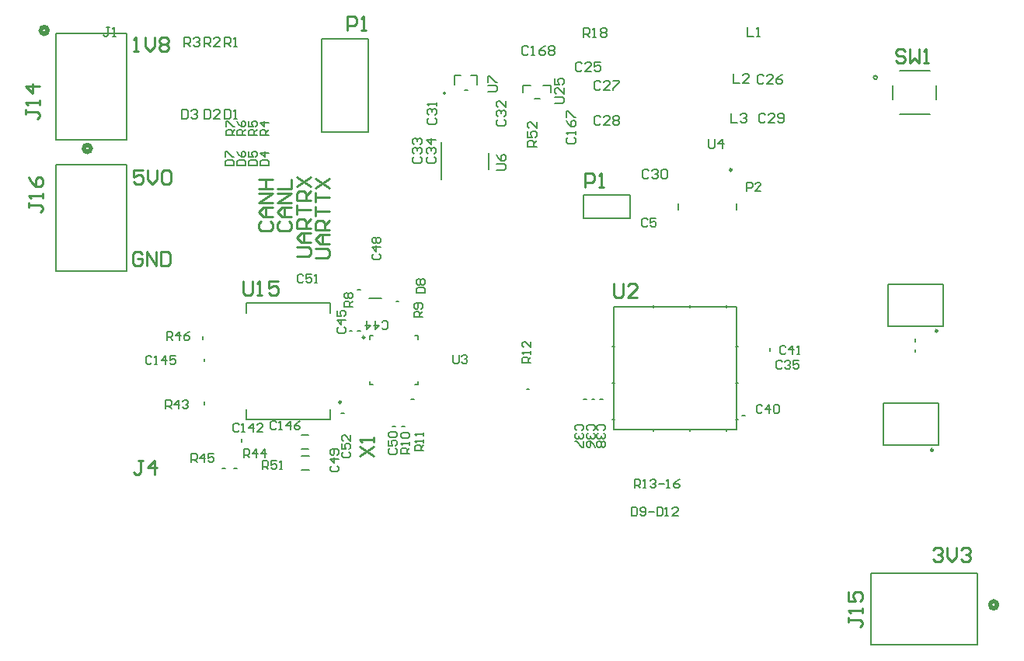
<source format=gto>
G04*
G04 #@! TF.GenerationSoftware,Altium Limited,Altium Designer,21.5.1 (32)*
G04*
G04 Layer_Color=65535*
%FSLAX25Y25*%
%MOIN*%
G70*
G04*
G04 #@! TF.SameCoordinates,BCF79640-EA3D-49D6-A79E-8819A8E14975*
G04*
G04*
G04 #@! TF.FilePolarity,Positive*
G04*
G01*
G75*
%ADD10C,0.02000*%
%ADD11C,0.00394*%
%ADD12C,0.00984*%
%ADD13C,0.00600*%
%ADD14C,0.00787*%
%ADD15C,0.01000*%
D10*
X53000Y257850D02*
G03*
X53000Y257850I-1500J0D01*
G01*
X34500Y308500D02*
G03*
X34500Y308500I-1500J0D01*
G01*
X441850Y62000D02*
G03*
X441850Y62000I-1500J0D01*
G01*
D11*
X179965Y148315D02*
G03*
X179965Y148315I-197J0D01*
G01*
D12*
X327992Y248681D02*
G03*
X327992Y248681I-492J0D01*
G01*
X414350Y128476D02*
G03*
X414350Y128476I-492J0D01*
G01*
X416272Y179628D02*
G03*
X416272Y179628I-492J0D01*
G01*
X170500Y176842D02*
G03*
X170500Y176842I-492J0D01*
G01*
X160409Y149000D02*
G03*
X160409Y149000I-492J0D01*
G01*
D13*
X390415Y288299D02*
G03*
X390415Y288299I-800J0D01*
G01*
X205169Y281669D02*
G03*
X205169Y281669I-500J0D01*
G01*
X38035Y250850D02*
X68535D01*
Y205150D02*
Y250850D01*
X38035Y205150D02*
X68535D01*
X38035D02*
Y250850D01*
Y307350D02*
X68535D01*
Y261650D02*
Y307350D01*
X38035Y261650D02*
X68535D01*
X38035D02*
Y307350D01*
X433350Y44965D02*
Y75465D01*
X387650Y44965D02*
X433350D01*
X387650D02*
Y75465D01*
X433350D01*
X399925Y272650D02*
X413074D01*
X415850Y278961D02*
Y285039D01*
X399925Y291350D02*
X413074D01*
X397150Y278961D02*
Y285039D01*
X277301Y137198D02*
Y189998D01*
X330101D01*
Y137198D02*
Y189998D01*
X277301Y137198D02*
X330101D01*
X325748Y136698D02*
Y137698D01*
Y189498D02*
Y190498D01*
X310000Y136698D02*
Y137698D01*
Y189498D02*
Y190498D01*
X294252Y136698D02*
Y137698D01*
Y189498D02*
Y190498D01*
X329601Y141551D02*
X330601D01*
X276801D02*
X277801D01*
X329601Y157299D02*
X330601D01*
X276801D02*
X277801D01*
X329601Y173047D02*
X330601D01*
X276801D02*
X277801D01*
X209169Y285197D02*
Y289158D01*
X216197D02*
X218831D01*
Y285197D02*
Y289158D01*
X213441Y282842D02*
X214559D01*
X209169Y289158D02*
X211803D01*
X286403Y112201D02*
Y115799D01*
X288203D01*
X288802Y115200D01*
Y114000D01*
X288203Y113400D01*
X286403D01*
X287603D02*
X288802Y112201D01*
X290002D02*
X291201D01*
X290602D01*
Y115799D01*
X290002Y115200D01*
X293001D02*
X293601Y115799D01*
X294800D01*
X295400Y115200D01*
Y114600D01*
X294800Y114000D01*
X294201D01*
X294800D01*
X295400Y113400D01*
Y112800D01*
X294800Y112201D01*
X293601D01*
X293001Y112800D01*
X296600Y114000D02*
X298999D01*
X300199Y112201D02*
X301398D01*
X300799D01*
Y115799D01*
X300199Y115200D01*
X305597Y115799D02*
X304397Y115200D01*
X303198Y114000D01*
Y112800D01*
X303798Y112201D01*
X304997D01*
X305597Y112800D01*
Y113400D01*
X304997Y114000D01*
X303198D01*
X285103Y103799D02*
Y100201D01*
X286903D01*
X287502Y100800D01*
Y103200D01*
X286903Y103799D01*
X285103D01*
X288702Y100800D02*
X289302Y100201D01*
X290501D01*
X291101Y100800D01*
Y103200D01*
X290501Y103799D01*
X289302D01*
X288702Y103200D01*
Y102600D01*
X289302Y102000D01*
X291101D01*
X292301D02*
X294700D01*
X295900Y103799D02*
Y100201D01*
X297699D01*
X298299Y100800D01*
Y103200D01*
X297699Y103799D01*
X295900D01*
X299499Y100201D02*
X300698D01*
X300098D01*
Y103799D01*
X299499Y103200D01*
X304897Y100201D02*
X302498D01*
X304897Y102600D01*
Y103200D01*
X304297Y103799D01*
X303097D01*
X302498Y103200D01*
X114799Y263501D02*
X111201D01*
Y265300D01*
X111800Y265900D01*
X113000D01*
X113600Y265300D01*
Y263501D01*
Y264701D02*
X114799Y265900D01*
X111201Y267100D02*
Y269499D01*
X111800D01*
X114200Y267100D01*
X114799D01*
X119400Y263599D02*
X115802D01*
Y265399D01*
X116401Y265999D01*
X117601D01*
X118201Y265399D01*
Y263599D01*
Y264799D02*
X119400Y265999D01*
X115802Y269597D02*
X116401Y268398D01*
X117601Y267198D01*
X118801D01*
X119400Y267798D01*
Y268998D01*
X118801Y269597D01*
X118201D01*
X117601Y268998D01*
Y267198D01*
X124400Y263599D02*
X120801D01*
Y265399D01*
X121401Y265999D01*
X122601D01*
X123201Y265399D01*
Y263599D01*
Y264799D02*
X124400Y265999D01*
X120801Y269597D02*
Y267198D01*
X122601D01*
X122001Y268398D01*
Y268998D01*
X122601Y269597D01*
X123801D01*
X124400Y268998D01*
Y267798D01*
X123801Y267198D01*
X129299Y263501D02*
X125701D01*
Y265300D01*
X126300Y265900D01*
X127500D01*
X128100Y265300D01*
Y263501D01*
Y264701D02*
X129299Y265900D01*
Y268899D02*
X125701D01*
X127500Y267100D01*
Y269499D01*
X110801Y250599D02*
X114400D01*
Y252399D01*
X113801Y252999D01*
X111401D01*
X110801Y252399D01*
Y250599D01*
Y254198D02*
Y256597D01*
X111401D01*
X113801Y254198D01*
X114400D01*
X115802Y250599D02*
X119400D01*
Y252399D01*
X118801Y252999D01*
X116401D01*
X115802Y252399D01*
Y250599D01*
Y256597D02*
X116401Y255398D01*
X117601Y254198D01*
X118801D01*
X119400Y254798D01*
Y255998D01*
X118801Y256597D01*
X118201D01*
X117601Y255998D01*
Y254198D01*
X120801Y250599D02*
X124400D01*
Y252399D01*
X123801Y252999D01*
X121401D01*
X120801Y252399D01*
Y250599D01*
Y256597D02*
Y254198D01*
X122601D01*
X122001Y255398D01*
Y255998D01*
X122601Y256597D01*
X123801D01*
X124400Y255998D01*
Y254798D01*
X123801Y254198D01*
X125802Y250599D02*
X129400D01*
Y252399D01*
X128801Y252999D01*
X126401D01*
X125802Y252399D01*
Y250599D01*
X129400Y255998D02*
X125802D01*
X127601Y254198D01*
Y256597D01*
X208501Y169299D02*
Y166300D01*
X209101Y165701D01*
X210300D01*
X210900Y166300D01*
Y169299D01*
X212100Y168700D02*
X212700Y169299D01*
X213899D01*
X214499Y168700D01*
Y168100D01*
X213899Y167500D01*
X213299D01*
X213899D01*
X214499Y166900D01*
Y166300D01*
X213899Y165701D01*
X212700D01*
X212100Y166300D01*
X126801Y120201D02*
Y123799D01*
X128601D01*
X129201Y123200D01*
Y122000D01*
X128601Y121400D01*
X126801D01*
X128001D02*
X129201Y120201D01*
X132799Y123799D02*
X130400D01*
Y122000D01*
X131600Y122600D01*
X132200D01*
X132799Y122000D01*
Y120800D01*
X132200Y120201D01*
X131000D01*
X130400Y120800D01*
X133999Y120201D02*
X135199D01*
X134599D01*
Y123799D01*
X133999Y123200D01*
X85702Y175701D02*
Y179299D01*
X87501D01*
X88101Y178700D01*
Y177500D01*
X87501Y176900D01*
X85702D01*
X86901D02*
X88101Y175701D01*
X91100D02*
Y179299D01*
X89300Y177500D01*
X91700D01*
X95298Y179299D02*
X94099Y178700D01*
X92899Y177500D01*
Y176300D01*
X93499Y175701D01*
X94699D01*
X95298Y176300D01*
Y176900D01*
X94699Y177500D01*
X92899D01*
X96201Y123201D02*
Y126799D01*
X98001D01*
X98601Y126200D01*
Y125000D01*
X98001Y124400D01*
X96201D01*
X97401D02*
X98601Y123201D01*
X101600D02*
Y126799D01*
X99800Y125000D01*
X102200D01*
X105798Y126799D02*
X103399D01*
Y125000D01*
X104599Y125600D01*
X105199D01*
X105798Y125000D01*
Y123800D01*
X105199Y123201D01*
X103999D01*
X103399Y123800D01*
X118702Y125201D02*
Y128799D01*
X120501D01*
X121101Y128200D01*
Y127000D01*
X120501Y126400D01*
X118702D01*
X119901D02*
X121101Y125201D01*
X124100D02*
Y128799D01*
X122300Y127000D01*
X124700D01*
X127699Y125201D02*
Y128799D01*
X125899Y127000D01*
X128298D01*
X85202Y146201D02*
Y149799D01*
X87001D01*
X87601Y149200D01*
Y148000D01*
X87001Y147400D01*
X85202D01*
X86401D02*
X87601Y146201D01*
X90600D02*
Y149799D01*
X88800Y148000D01*
X91200D01*
X92399Y149200D02*
X92999Y149799D01*
X94199D01*
X94798Y149200D01*
Y148600D01*
X94199Y148000D01*
X93599D01*
X94199D01*
X94798Y147400D01*
Y146800D01*
X94199Y146201D01*
X92999D01*
X92399Y146800D01*
X192701Y195757D02*
X196299D01*
Y197556D01*
X195700Y198156D01*
X193300D01*
X192701Y197556D01*
Y195757D01*
X193300Y199356D02*
X192701Y199955D01*
Y201155D01*
X193300Y201755D01*
X193900D01*
X194500Y201155D01*
X195100Y201755D01*
X195700D01*
X196299Y201155D01*
Y199955D01*
X195700Y199356D01*
X195100D01*
X194500Y199955D01*
X193900Y199356D01*
X193300D01*
X194500Y199955D02*
Y201155D01*
X132601Y140200D02*
X132001Y140799D01*
X130802D01*
X130202Y140200D01*
Y137800D01*
X130802Y137201D01*
X132001D01*
X132601Y137800D01*
X133801Y137201D02*
X135001D01*
X134401D01*
Y140799D01*
X133801Y140200D01*
X138599Y137201D02*
Y140799D01*
X136800Y139000D01*
X139199D01*
X142798Y140799D02*
X141598Y140200D01*
X140399Y139000D01*
Y137800D01*
X140999Y137201D01*
X142198D01*
X142798Y137800D01*
Y138400D01*
X142198Y139000D01*
X140399D01*
X79101Y168200D02*
X78501Y168799D01*
X77302D01*
X76702Y168200D01*
Y165800D01*
X77302Y165201D01*
X78501D01*
X79101Y165800D01*
X80301Y165201D02*
X81501D01*
X80901D01*
Y168799D01*
X80301Y168200D01*
X85099Y165201D02*
Y168799D01*
X83300Y167000D01*
X85699D01*
X89298Y168799D02*
X86899D01*
Y167000D01*
X88098Y167600D01*
X88698D01*
X89298Y167000D01*
Y165800D01*
X88698Y165201D01*
X87499D01*
X86899Y165800D01*
X116601Y139200D02*
X116001Y139799D01*
X114802D01*
X114202Y139200D01*
Y136800D01*
X114802Y136201D01*
X116001D01*
X116601Y136800D01*
X117801Y136201D02*
X119000D01*
X118401D01*
Y139799D01*
X117801Y139200D01*
X122599Y136201D02*
Y139799D01*
X120800Y138000D01*
X123199D01*
X126798Y136201D02*
X124399D01*
X126798Y138600D01*
Y139200D01*
X126198Y139799D01*
X124999D01*
X124399Y139200D01*
X161300Y127601D02*
X160701Y127001D01*
Y125801D01*
X161300Y125202D01*
X163700D01*
X164299Y125801D01*
Y127001D01*
X163700Y127601D01*
X160701Y131200D02*
Y128800D01*
X162500D01*
X161900Y130000D01*
Y130600D01*
X162500Y131200D01*
X163700D01*
X164299Y130600D01*
Y129400D01*
X163700Y128800D01*
X164299Y134799D02*
Y132399D01*
X161900Y134799D01*
X161300D01*
X160701Y134199D01*
Y132999D01*
X161300Y132399D01*
X144201Y203200D02*
X143601Y203799D01*
X142401D01*
X141801Y203200D01*
Y200800D01*
X142401Y200201D01*
X143601D01*
X144201Y200800D01*
X147799Y203799D02*
X145400D01*
Y202000D01*
X146600Y202600D01*
X147200D01*
X147799Y202000D01*
Y200800D01*
X147200Y200201D01*
X146000D01*
X145400Y200800D01*
X148999Y200201D02*
X150199D01*
X149599D01*
Y203799D01*
X148999Y203200D01*
X181300Y129101D02*
X180701Y128501D01*
Y127301D01*
X181300Y126702D01*
X183700D01*
X184299Y127301D01*
Y128501D01*
X183700Y129101D01*
X180701Y132700D02*
Y130300D01*
X182500D01*
X181900Y131500D01*
Y132100D01*
X182500Y132700D01*
X183700D01*
X184299Y132100D01*
Y130900D01*
X183700Y130300D01*
X181300Y133899D02*
X180701Y134499D01*
Y135699D01*
X181300Y136299D01*
X183700D01*
X184299Y135699D01*
Y134499D01*
X183700Y133899D01*
X181300D01*
X156300Y121601D02*
X155701Y121001D01*
Y119801D01*
X156300Y119202D01*
X158700D01*
X159299Y119801D01*
Y121001D01*
X158700Y121601D01*
X159299Y124600D02*
X155701D01*
X157500Y122800D01*
Y125200D01*
X158700Y126399D02*
X159299Y126999D01*
Y128199D01*
X158700Y128798D01*
X156300D01*
X155701Y128199D01*
Y126999D01*
X156300Y126399D01*
X156900D01*
X157500Y126999D01*
Y128798D01*
X174300Y212538D02*
X173701Y211938D01*
Y210738D01*
X174300Y210139D01*
X176700D01*
X177299Y210738D01*
Y211938D01*
X176700Y212538D01*
X177299Y215537D02*
X173701D01*
X175500Y213737D01*
Y216137D01*
X174300Y217336D02*
X173701Y217936D01*
Y219136D01*
X174300Y219736D01*
X174900D01*
X175500Y219136D01*
X176100Y219736D01*
X176700D01*
X177299Y219136D01*
Y217936D01*
X176700Y217336D01*
X176100D01*
X175500Y217936D01*
X174900Y217336D01*
X174300D01*
X175500Y217936D02*
Y219136D01*
X241799Y165970D02*
X238201D01*
Y167769D01*
X238800Y168369D01*
X240000D01*
X240600Y167769D01*
Y165970D01*
Y167170D02*
X241799Y168369D01*
Y169569D02*
Y170768D01*
Y170169D01*
X238201D01*
X238800Y169569D01*
X241799Y174967D02*
Y172568D01*
X239400Y174967D01*
X238800D01*
X238201Y174367D01*
Y173168D01*
X238800Y172568D01*
X195799Y128101D02*
X192201D01*
Y129901D01*
X192800Y130500D01*
X194000D01*
X194600Y129901D01*
Y128101D01*
Y129301D02*
X195799Y130500D01*
Y131700D02*
Y132900D01*
Y132300D01*
X192201D01*
X192800Y131700D01*
X195799Y134699D02*
Y135899D01*
Y135299D01*
X192201D01*
X192800Y134699D01*
X195299Y185469D02*
X191701D01*
Y187269D01*
X192300Y187869D01*
X193500D01*
X194100Y187269D01*
Y185469D01*
Y186669D02*
X195299Y187869D01*
X194700Y189068D02*
X195299Y189668D01*
Y190868D01*
X194700Y191467D01*
X192300D01*
X191701Y190868D01*
Y189668D01*
X192300Y189068D01*
X192900D01*
X193500Y189668D01*
Y191467D01*
X165299Y190001D02*
X161701D01*
Y191800D01*
X162300Y192400D01*
X163500D01*
X164100Y191800D01*
Y190001D01*
Y191201D02*
X165299Y192400D01*
X162300Y193600D02*
X161701Y194200D01*
Y195399D01*
X162300Y195999D01*
X162900D01*
X163500Y195399D01*
X164100Y195999D01*
X164700D01*
X165299Y195399D01*
Y194200D01*
X164700Y193600D01*
X164100D01*
X163500Y194200D01*
X162900Y193600D01*
X162300D01*
X163500Y194200D02*
Y195399D01*
X189799Y127002D02*
X186201D01*
Y128801D01*
X186800Y129401D01*
X188000D01*
X188600Y128801D01*
Y127002D01*
Y128201D02*
X189799Y129401D01*
Y130600D02*
Y131800D01*
Y131200D01*
X186201D01*
X186800Y130600D01*
Y133599D02*
X186201Y134199D01*
Y135399D01*
X186800Y135999D01*
X189200D01*
X189799Y135399D01*
Y134199D01*
X189200Y133599D01*
X186800D01*
X291900Y227200D02*
X291300Y227799D01*
X290101D01*
X289501Y227200D01*
Y224800D01*
X290101Y224201D01*
X291300D01*
X291900Y224800D01*
X295499Y227799D02*
X293100D01*
Y226000D01*
X294299Y226600D01*
X294899D01*
X295499Y226000D01*
Y224800D01*
X294899Y224201D01*
X293700D01*
X293100Y224800D01*
X334501Y239701D02*
Y243299D01*
X336300D01*
X336900Y242700D01*
Y241500D01*
X336300Y240900D01*
X334501D01*
X340499Y239701D02*
X338100D01*
X340499Y242100D01*
Y242700D01*
X339899Y243299D01*
X338700D01*
X338100Y242700D01*
X159300Y181101D02*
X158701Y180501D01*
Y179301D01*
X159300Y178702D01*
X161700D01*
X162299Y179301D01*
Y180501D01*
X161700Y181101D01*
X162299Y184100D02*
X158701D01*
X160500Y182300D01*
Y184700D01*
X158701Y188298D02*
Y185899D01*
X160500D01*
X159900Y187099D01*
Y187699D01*
X160500Y188298D01*
X161700D01*
X162299Y187699D01*
Y186499D01*
X161700Y185899D01*
X177899Y180800D02*
X178499Y180201D01*
X179699D01*
X180298Y180800D01*
Y183200D01*
X179699Y183799D01*
X178499D01*
X177899Y183200D01*
X174900Y183799D02*
Y180201D01*
X176700Y182000D01*
X174300D01*
X171301Y183799D02*
Y180201D01*
X173101Y182000D01*
X170702D01*
X351201Y172700D02*
X350601Y173299D01*
X349401D01*
X348801Y172700D01*
Y170300D01*
X349401Y169701D01*
X350601D01*
X351201Y170300D01*
X354200Y169701D02*
Y173299D01*
X352400Y171500D01*
X354799D01*
X355999Y169701D02*
X357199D01*
X356599D01*
Y173299D01*
X355999Y172700D01*
X341101Y147200D02*
X340501Y147799D01*
X339301D01*
X338702Y147200D01*
Y144800D01*
X339301Y144201D01*
X340501D01*
X341101Y144800D01*
X344100Y144201D02*
Y147799D01*
X342300Y146000D01*
X344700D01*
X345899Y147200D02*
X346499Y147799D01*
X347699D01*
X348299Y147200D01*
Y144800D01*
X347699Y144201D01*
X346499D01*
X345899Y144800D01*
Y147200D01*
X273200Y136899D02*
X273799Y137499D01*
Y138699D01*
X273200Y139298D01*
X270800D01*
X270201Y138699D01*
Y137499D01*
X270800Y136899D01*
X273200Y135700D02*
X273799Y135100D01*
Y133900D01*
X273200Y133300D01*
X272600D01*
X272000Y133900D01*
Y134500D01*
Y133900D01*
X271400Y133300D01*
X270800D01*
X270201Y133900D01*
Y135100D01*
X270800Y135700D01*
X273200Y132101D02*
X273799Y131501D01*
Y130301D01*
X273200Y129701D01*
X272600D01*
X272000Y130301D01*
X271400Y129701D01*
X270800D01*
X270201Y130301D01*
Y131501D01*
X270800Y132101D01*
X271400D01*
X272000Y131501D01*
X272600Y132101D01*
X273200D01*
X272000Y131501D02*
Y130301D01*
X263700Y136899D02*
X264299Y137499D01*
Y138699D01*
X263700Y139298D01*
X261300D01*
X260701Y138699D01*
Y137499D01*
X261300Y136899D01*
X263700Y135700D02*
X264299Y135100D01*
Y133900D01*
X263700Y133300D01*
X263100D01*
X262500Y133900D01*
Y134500D01*
Y133900D01*
X261900Y133300D01*
X261300D01*
X260701Y133900D01*
Y135100D01*
X261300Y135700D01*
X264299Y132101D02*
Y129701D01*
X263700D01*
X261300Y132101D01*
X260701D01*
X268700Y136899D02*
X269299Y137499D01*
Y138699D01*
X268700Y139298D01*
X266300D01*
X265701Y138699D01*
Y137499D01*
X266300Y136899D01*
X268700Y135700D02*
X269299Y135100D01*
Y133900D01*
X268700Y133300D01*
X268100D01*
X267500Y133900D01*
Y134500D01*
Y133900D01*
X266900Y133300D01*
X266300D01*
X265701Y133900D01*
Y135100D01*
X266300Y135700D01*
X269299Y129701D02*
X268700Y130901D01*
X267500Y132101D01*
X266300D01*
X265701Y131501D01*
Y130301D01*
X266300Y129701D01*
X266900D01*
X267500Y130301D01*
Y132101D01*
X349601Y166200D02*
X349001Y166799D01*
X347801D01*
X347201Y166200D01*
Y163800D01*
X347801Y163201D01*
X349001D01*
X349601Y163800D01*
X350800Y166200D02*
X351400Y166799D01*
X352600D01*
X353200Y166200D01*
Y165600D01*
X352600Y165000D01*
X352000D01*
X352600D01*
X353200Y164400D01*
Y163800D01*
X352600Y163201D01*
X351400D01*
X350800Y163800D01*
X356799Y166799D02*
X354399D01*
Y165000D01*
X355599Y165600D01*
X356199D01*
X356799Y165000D01*
Y163800D01*
X356199Y163201D01*
X354999D01*
X354399Y163800D01*
X227001Y248668D02*
X230333D01*
X230999Y249334D01*
Y250667D01*
X230333Y251334D01*
X227001D01*
Y255332D02*
X227667Y253999D01*
X229000Y252666D01*
X230333D01*
X230999Y253333D01*
Y254666D01*
X230333Y255332D01*
X229666D01*
X229000Y254666D01*
Y252666D01*
X252001Y277168D02*
X255333D01*
X255999Y277835D01*
Y279168D01*
X255333Y279834D01*
X252001D01*
X255999Y283833D02*
Y281167D01*
X253334Y283833D01*
X252667D01*
X252001Y283166D01*
Y281834D01*
X252667Y281167D01*
X252001Y287832D02*
Y285166D01*
X254000D01*
X253334Y286499D01*
Y287165D01*
X254000Y287832D01*
X255333D01*
X255999Y287165D01*
Y285832D01*
X255333Y285166D01*
X223501Y282168D02*
X226833D01*
X227499Y282834D01*
Y284167D01*
X226833Y284834D01*
X223501D01*
Y286167D02*
Y288832D01*
X224167D01*
X226833Y286167D01*
X227499D01*
X318168Y261999D02*
Y258667D01*
X318834Y258001D01*
X320167D01*
X320834Y258667D01*
Y261999D01*
X324166Y258001D02*
Y261999D01*
X322166Y260000D01*
X324832D01*
X244499Y258668D02*
X240501D01*
Y260668D01*
X241167Y261334D01*
X242500D01*
X243166Y260668D01*
Y258668D01*
Y260001D02*
X244499Y261334D01*
X240501Y265333D02*
Y262667D01*
X242500D01*
X241834Y264000D01*
Y264666D01*
X242500Y265333D01*
X243833D01*
X244499Y264666D01*
Y263334D01*
X243833Y262667D01*
X244499Y269332D02*
Y266666D01*
X241834Y269332D01*
X241167D01*
X240501Y268665D01*
Y267332D01*
X241167Y266666D01*
X264502Y305501D02*
Y309499D01*
X266501D01*
X267167Y308833D01*
Y307500D01*
X266501Y306834D01*
X264502D01*
X265834D02*
X267167Y305501D01*
X268500D02*
X269833D01*
X269167D01*
Y309499D01*
X268500Y308833D01*
X271833D02*
X272499Y309499D01*
X273832D01*
X274498Y308833D01*
Y308166D01*
X273832Y307500D01*
X274498Y306834D01*
Y306167D01*
X273832Y305501D01*
X272499D01*
X271833Y306167D01*
Y306834D01*
X272499Y307500D01*
X271833Y308166D01*
Y308833D01*
X272499Y307500D02*
X273832D01*
X93168Y301501D02*
Y305499D01*
X95167D01*
X95834Y304833D01*
Y303500D01*
X95167Y302834D01*
X93168D01*
X94501D02*
X95834Y301501D01*
X97167Y304833D02*
X97833Y305499D01*
X99166D01*
X99832Y304833D01*
Y304166D01*
X99166Y303500D01*
X98499D01*
X99166D01*
X99832Y302834D01*
Y302167D01*
X99166Y301501D01*
X97833D01*
X97167Y302167D01*
X101668Y301501D02*
Y305499D01*
X103667D01*
X104333Y304833D01*
Y303500D01*
X103667Y302834D01*
X101668D01*
X103001D02*
X104333Y301501D01*
X108332D02*
X105666D01*
X108332Y304166D01*
Y304833D01*
X107666Y305499D01*
X106333D01*
X105666Y304833D01*
X110334Y301501D02*
Y305499D01*
X112334D01*
X113000Y304833D01*
Y303500D01*
X112334Y302834D01*
X110334D01*
X111667D02*
X113000Y301501D01*
X114333D02*
X115666D01*
X114999D01*
Y305499D01*
X114333Y304833D01*
X327668Y272999D02*
Y269001D01*
X330334D01*
X331666Y272333D02*
X332333Y272999D01*
X333666D01*
X334332Y272333D01*
Y271666D01*
X333666Y271000D01*
X332999D01*
X333666D01*
X334332Y270334D01*
Y269667D01*
X333666Y269001D01*
X332333D01*
X331666Y269667D01*
X328668Y289999D02*
Y286001D01*
X331334D01*
X335332D02*
X332666D01*
X335332Y288666D01*
Y289333D01*
X334666Y289999D01*
X333333D01*
X332666Y289333D01*
X334834Y309999D02*
Y306001D01*
X337500D01*
X338833D02*
X340166D01*
X339499D01*
Y309999D01*
X338833Y309333D01*
X61000Y309999D02*
X59667D01*
X60334D01*
Y306667D01*
X59667Y306001D01*
X59001D01*
X58334Y306667D01*
X62333Y306001D02*
X63666D01*
X62999D01*
Y309999D01*
X62333Y309333D01*
X92168Y274499D02*
Y270501D01*
X94167D01*
X94834Y271167D01*
Y273833D01*
X94167Y274499D01*
X92168D01*
X96166Y273833D02*
X96833Y274499D01*
X98166D01*
X98832Y273833D01*
Y273166D01*
X98166Y272500D01*
X97499D01*
X98166D01*
X98832Y271834D01*
Y271167D01*
X98166Y270501D01*
X96833D01*
X96166Y271167D01*
X101668Y274499D02*
Y270501D01*
X103667D01*
X104333Y271167D01*
Y273833D01*
X103667Y274499D01*
X101668D01*
X108332Y270501D02*
X105666D01*
X108332Y273166D01*
Y273833D01*
X107666Y274499D01*
X106333D01*
X105666Y273833D01*
X110334Y274499D02*
Y270501D01*
X112334D01*
X113000Y271167D01*
Y273833D01*
X112334Y274499D01*
X110334D01*
X114333Y270501D02*
X115666D01*
X114999D01*
Y274499D01*
X114333Y273833D01*
X240668Y301333D02*
X240002Y301999D01*
X238669D01*
X238002Y301333D01*
Y298667D01*
X238669Y298001D01*
X240002D01*
X240668Y298667D01*
X242001Y298001D02*
X243334D01*
X242667D01*
Y301999D01*
X242001Y301333D01*
X247999Y301999D02*
X246666Y301333D01*
X245333Y300000D01*
Y298667D01*
X246000Y298001D01*
X247333D01*
X247999Y298667D01*
Y299334D01*
X247333Y300000D01*
X245333D01*
X249332Y301333D02*
X249998Y301999D01*
X251331D01*
X251998Y301333D01*
Y300666D01*
X251331Y300000D01*
X251998Y299334D01*
Y298667D01*
X251331Y298001D01*
X249998D01*
X249332Y298667D01*
Y299334D01*
X249998Y300000D01*
X249332Y300666D01*
Y301333D01*
X249998Y300000D02*
X251331D01*
X257667Y262668D02*
X257001Y262002D01*
Y260669D01*
X257667Y260002D01*
X260333D01*
X260999Y260669D01*
Y262002D01*
X260333Y262668D01*
X260999Y264001D02*
Y265334D01*
Y264667D01*
X257001D01*
X257667Y264001D01*
X257001Y269999D02*
X257667Y268666D01*
X259000Y267333D01*
X260333D01*
X260999Y268000D01*
Y269333D01*
X260333Y269999D01*
X259666D01*
X259000Y269333D01*
Y267333D01*
X257001Y271332D02*
Y273998D01*
X257667D01*
X260333Y271332D01*
X260999D01*
X197667Y254334D02*
X197001Y253668D01*
Y252335D01*
X197667Y251668D01*
X200333D01*
X200999Y252335D01*
Y253668D01*
X200333Y254334D01*
X197667Y255667D02*
X197001Y256334D01*
Y257666D01*
X197667Y258333D01*
X198334D01*
X199000Y257666D01*
Y257000D01*
Y257666D01*
X199666Y258333D01*
X200333D01*
X200999Y257666D01*
Y256334D01*
X200333Y255667D01*
X200999Y261665D02*
X197001D01*
X199000Y259666D01*
Y262332D01*
X191667Y254334D02*
X191001Y253668D01*
Y252335D01*
X191667Y251668D01*
X194333D01*
X194999Y252335D01*
Y253668D01*
X194333Y254334D01*
X191667Y255667D02*
X191001Y256334D01*
Y257666D01*
X191667Y258333D01*
X192333D01*
X193000Y257666D01*
Y257000D01*
Y257666D01*
X193666Y258333D01*
X194333D01*
X194999Y257666D01*
Y256334D01*
X194333Y255667D01*
X191667Y259666D02*
X191001Y260332D01*
Y261665D01*
X191667Y262332D01*
X192333D01*
X193000Y261665D01*
Y260999D01*
Y261665D01*
X193666Y262332D01*
X194333D01*
X194999Y261665D01*
Y260332D01*
X194333Y259666D01*
X227667Y270334D02*
X227001Y269668D01*
Y268335D01*
X227667Y267668D01*
X230333D01*
X230999Y268335D01*
Y269668D01*
X230333Y270334D01*
X227667Y271667D02*
X227001Y272334D01*
Y273667D01*
X227667Y274333D01*
X228333D01*
X229000Y273667D01*
Y273000D01*
Y273667D01*
X229666Y274333D01*
X230333D01*
X230999Y273667D01*
Y272334D01*
X230333Y271667D01*
X230999Y278332D02*
Y275666D01*
X228333Y278332D01*
X227667D01*
X227001Y277665D01*
Y276332D01*
X227667Y275666D01*
X198167Y271001D02*
X197501Y270334D01*
Y269001D01*
X198167Y268335D01*
X200833D01*
X201499Y269001D01*
Y270334D01*
X200833Y271001D01*
X198167Y272334D02*
X197501Y273000D01*
Y274333D01*
X198167Y274999D01*
X198834D01*
X199500Y274333D01*
Y273667D01*
Y274333D01*
X200166Y274999D01*
X200833D01*
X201499Y274333D01*
Y273000D01*
X200833Y272334D01*
X201499Y276332D02*
Y277665D01*
Y276999D01*
X197501D01*
X198167Y276332D01*
X292334Y248333D02*
X291668Y248999D01*
X290335D01*
X289668Y248333D01*
Y245667D01*
X290335Y245001D01*
X291668D01*
X292334Y245667D01*
X293667Y248333D02*
X294334Y248999D01*
X295666D01*
X296333Y248333D01*
Y247666D01*
X295666Y247000D01*
X295000D01*
X295666D01*
X296333Y246334D01*
Y245667D01*
X295666Y245001D01*
X294334D01*
X293667Y245667D01*
X297666Y248333D02*
X298332Y248999D01*
X299665D01*
X300332Y248333D01*
Y245667D01*
X299665Y245001D01*
X298332D01*
X297666Y245667D01*
Y248333D01*
X342334Y272333D02*
X341668Y272999D01*
X340335D01*
X339668Y272333D01*
Y269667D01*
X340335Y269001D01*
X341668D01*
X342334Y269667D01*
X346333Y269001D02*
X343667D01*
X346333Y271666D01*
Y272333D01*
X345666Y272999D01*
X344334D01*
X343667Y272333D01*
X347666Y269667D02*
X348332Y269001D01*
X349665D01*
X350332Y269667D01*
Y272333D01*
X349665Y272999D01*
X348332D01*
X347666Y272333D01*
Y271666D01*
X348332Y271000D01*
X350332D01*
X271834Y271333D02*
X271168Y271999D01*
X269835D01*
X269168Y271333D01*
Y268667D01*
X269835Y268001D01*
X271168D01*
X271834Y268667D01*
X275833Y268001D02*
X273167D01*
X275833Y270666D01*
Y271333D01*
X275166Y271999D01*
X273834D01*
X273167Y271333D01*
X277166D02*
X277832Y271999D01*
X279165D01*
X279832Y271333D01*
Y270666D01*
X279165Y270000D01*
X279832Y269334D01*
Y268667D01*
X279165Y268001D01*
X277832D01*
X277166Y268667D01*
Y269334D01*
X277832Y270000D01*
X277166Y270666D01*
Y271333D01*
X277832Y270000D02*
X279165D01*
X271834Y286333D02*
X271168Y286999D01*
X269835D01*
X269168Y286333D01*
Y283667D01*
X269835Y283001D01*
X271168D01*
X271834Y283667D01*
X275833Y283001D02*
X273167D01*
X275833Y285666D01*
Y286333D01*
X275166Y286999D01*
X273834D01*
X273167Y286333D01*
X277166Y286999D02*
X279832D01*
Y286333D01*
X277166Y283667D01*
Y283001D01*
X341834Y288833D02*
X341168Y289499D01*
X339835D01*
X339168Y288833D01*
Y286167D01*
X339835Y285501D01*
X341168D01*
X341834Y286167D01*
X345833Y285501D02*
X343167D01*
X345833Y288166D01*
Y288833D01*
X345166Y289499D01*
X343834D01*
X343167Y288833D01*
X349832Y289499D02*
X348499Y288833D01*
X347166Y287500D01*
Y286167D01*
X347832Y285501D01*
X349165D01*
X349832Y286167D01*
Y286834D01*
X349165Y287500D01*
X347166D01*
X263834Y294333D02*
X263168Y294999D01*
X261835D01*
X261168Y294333D01*
Y291667D01*
X261835Y291001D01*
X263168D01*
X263834Y291667D01*
X267833Y291001D02*
X265167D01*
X267833Y293666D01*
Y294333D01*
X267166Y294999D01*
X265834D01*
X265167Y294333D01*
X271832Y294999D02*
X269166D01*
Y293000D01*
X270499Y293666D01*
X271165D01*
X271832Y293000D01*
Y291667D01*
X271165Y291001D01*
X269832D01*
X269166Y291667D01*
D14*
X152000Y305000D02*
X172000D01*
X152000Y265000D02*
X172000D01*
X152000D02*
Y305000D01*
X172000Y265000D02*
Y305000D01*
X344331Y170909D02*
Y172090D01*
X332409Y143169D02*
X333591D01*
X109409Y120669D02*
X110591D01*
X114409D02*
X115591D01*
X117669Y131910D02*
Y133091D01*
X305000Y231671D02*
Y234353D01*
X330000Y231671D02*
Y234353D01*
X238516Y281902D02*
Y284756D01*
X247158D02*
X250484D01*
X238516D02*
X241843D01*
X250484Y281902D02*
Y284756D01*
X243417Y279244D02*
X245583D01*
X101201Y175909D02*
Y177091D01*
X101831Y166409D02*
Y167590D01*
X101669Y147909D02*
Y149091D01*
X172441Y193437D02*
X177559D01*
X416811Y130445D02*
Y148555D01*
X393189Y130445D02*
X416811D01*
X393189D02*
Y148555D01*
X416811D01*
X418732Y181597D02*
Y199707D01*
X395110Y181597D02*
X418732D01*
X395110D02*
Y199707D01*
X418732D01*
X406669Y174909D02*
Y176091D01*
Y170410D02*
Y171591D01*
X167410Y197331D02*
X168591D01*
X163909Y179669D02*
X165091D01*
X167409D02*
X168590D01*
X172567Y175957D02*
Y177433D01*
X174043D01*
X191957D02*
X193433D01*
Y175957D02*
Y177433D01*
Y156567D02*
Y158043D01*
X191957Y156567D02*
X193433D01*
X172567D02*
Y158043D01*
Y156567D02*
X174043D01*
X119858Y191500D02*
X155646D01*
Y141500D02*
Y145929D01*
X119858Y141500D02*
X155646D01*
X119858D02*
Y145929D01*
Y187071D02*
Y191500D01*
X155646Y187071D02*
Y191500D01*
X182409Y138669D02*
X183590D01*
X190410Y150331D02*
X191591D01*
X239909Y154669D02*
X241090D01*
X183909Y192299D02*
X185091D01*
X186409Y138669D02*
X187591D01*
X143425Y120047D02*
X146575D01*
X143425Y125953D02*
X146575D01*
X143240Y134953D02*
X146390D01*
X143240Y129047D02*
X146390D01*
X160409Y144331D02*
X161591D01*
X271410Y150331D02*
X272591D01*
X264409D02*
X265591D01*
X267910D02*
X269091D01*
X264500Y228000D02*
Y238000D01*
X284500D01*
Y228000D02*
Y238000D01*
X264500Y228000D02*
X284500D01*
X203500Y244465D02*
Y260500D01*
X223843Y248957D02*
Y256043D01*
D15*
X163001Y308501D02*
Y314499D01*
X166000D01*
X167000Y313499D01*
Y311500D01*
X166000Y310500D01*
X163001D01*
X168999Y308501D02*
X170999D01*
X169999D01*
Y314499D01*
X168999Y313499D01*
X26501Y234501D02*
Y232502D01*
Y233502D01*
X31499D01*
X32499Y232502D01*
Y231502D01*
X31499Y230502D01*
X32499Y236501D02*
Y238500D01*
Y237500D01*
X26501D01*
X27501Y236501D01*
X26501Y245498D02*
X27501Y243498D01*
X29500Y241499D01*
X31499D01*
X32499Y242498D01*
Y244498D01*
X31499Y245498D01*
X30500D01*
X29500Y244498D01*
Y241499D01*
X25001Y274501D02*
Y272502D01*
Y273501D01*
X29999D01*
X30999Y272502D01*
Y271502D01*
X29999Y270502D01*
X30999Y276501D02*
Y278500D01*
Y277500D01*
X25001D01*
X26001Y276501D01*
X30999Y284498D02*
X25001D01*
X28000Y281499D01*
Y285498D01*
X74999Y212498D02*
X73999Y213498D01*
X72000D01*
X71000Y212498D01*
Y208500D01*
X72000Y207500D01*
X73999D01*
X74999Y208500D01*
Y210499D01*
X72999D01*
X76998Y207500D02*
Y213498D01*
X80997Y207500D01*
Y213498D01*
X82996D02*
Y207500D01*
X85995D01*
X86995Y208500D01*
Y212498D01*
X85995Y213498D01*
X82996D01*
X414500Y85498D02*
X415500Y86498D01*
X417499D01*
X418499Y85498D01*
Y84499D01*
X417499Y83499D01*
X416499D01*
X417499D01*
X418499Y82499D01*
Y81500D01*
X417499Y80500D01*
X415500D01*
X414500Y81500D01*
X420498Y86498D02*
Y82499D01*
X422497Y80500D01*
X424497Y82499D01*
Y86498D01*
X426496Y85498D02*
X427496Y86498D01*
X429495D01*
X430495Y85498D01*
Y84499D01*
X429495Y83499D01*
X428496D01*
X429495D01*
X430495Y82499D01*
Y81500D01*
X429495Y80500D01*
X427496D01*
X426496Y81500D01*
X75499Y248498D02*
X71500D01*
Y245499D01*
X73499Y246499D01*
X74499D01*
X75499Y245499D01*
Y243500D01*
X74499Y242500D01*
X72500D01*
X71500Y243500D01*
X77498Y248498D02*
Y244499D01*
X79497Y242500D01*
X81497Y244499D01*
Y248498D01*
X83496Y247498D02*
X84496Y248498D01*
X86495D01*
X87495Y247498D01*
Y243500D01*
X86495Y242500D01*
X84496D01*
X83496Y243500D01*
Y247498D01*
X71500Y299500D02*
X73499D01*
X72500D01*
Y305498D01*
X71500Y304498D01*
X76498Y305498D02*
Y301499D01*
X78498Y299500D01*
X80497Y301499D01*
Y305498D01*
X82496Y304498D02*
X83496Y305498D01*
X85496D01*
X86495Y304498D01*
Y303499D01*
X85496Y302499D01*
X86495Y301499D01*
Y300500D01*
X85496Y299500D01*
X83496D01*
X82496Y300500D01*
Y301499D01*
X83496Y302499D01*
X82496Y303499D01*
Y304498D01*
X83496Y302499D02*
X85496D01*
X126002Y226499D02*
X125002Y225499D01*
Y223500D01*
X126002Y222500D01*
X130000D01*
X131000Y223500D01*
Y225499D01*
X130000Y226499D01*
X131000Y228498D02*
X127001D01*
X125002Y230497D01*
X127001Y232497D01*
X131000D01*
X128001D01*
Y228498D01*
X131000Y234496D02*
X125002D01*
X131000Y238495D01*
X125002D01*
Y240494D02*
X131000D01*
X128001D01*
Y244493D01*
X125002D01*
X131000D01*
X134002Y226499D02*
X133002Y225499D01*
Y223500D01*
X134002Y222500D01*
X138000D01*
X139000Y223500D01*
Y225499D01*
X138000Y226499D01*
X139000Y228498D02*
X135001D01*
X133002Y230497D01*
X135001Y232497D01*
X139000D01*
X136001D01*
Y228498D01*
X139000Y234496D02*
X133002D01*
X139000Y238495D01*
X133002D01*
Y240494D02*
X139000D01*
Y244493D01*
X149502Y211000D02*
X154500D01*
X155500Y212000D01*
Y213999D01*
X154500Y214999D01*
X149502D01*
X155500Y216998D02*
X151501D01*
X149502Y218997D01*
X151501Y220997D01*
X155500D01*
X152501D01*
Y216998D01*
X155500Y222996D02*
X149502D01*
Y225995D01*
X150502Y226995D01*
X152501D01*
X153501Y225995D01*
Y222996D01*
Y224995D02*
X155500Y226995D01*
X149502Y228994D02*
Y232993D01*
Y230994D01*
X155500D01*
X149502Y234992D02*
Y238991D01*
Y236992D01*
X155500D01*
X149502Y240990D02*
X155500Y244989D01*
X149502D02*
X155500Y240990D01*
X141502Y211500D02*
X146500D01*
X147500Y212500D01*
Y214499D01*
X146500Y215499D01*
X141502D01*
X147500Y217498D02*
X143501D01*
X141502Y219497D01*
X143501Y221497D01*
X147500D01*
X144501D01*
Y217498D01*
X147500Y223496D02*
X141502D01*
Y226495D01*
X142502Y227495D01*
X144501D01*
X145501Y226495D01*
Y223496D01*
Y225496D02*
X147500Y227495D01*
X141502Y229494D02*
Y233493D01*
Y231493D01*
X147500D01*
Y235492D02*
X141502D01*
Y238491D01*
X142502Y239491D01*
X144501D01*
X145501Y238491D01*
Y235492D01*
Y237492D02*
X147500Y239491D01*
X141502Y241490D02*
X147500Y245489D01*
X141502D02*
X147500Y241490D01*
X168501Y126001D02*
X174499Y130000D01*
X168501D02*
X174499Y126001D01*
Y131999D02*
Y133999D01*
Y132999D01*
X168501D01*
X169501Y131999D01*
X378001Y56501D02*
Y54502D01*
Y55502D01*
X382999D01*
X383999Y54502D01*
Y53502D01*
X382999Y52502D01*
X383999Y58500D02*
Y60500D01*
Y59500D01*
X378001D01*
X379001Y58500D01*
X378001Y67498D02*
Y63499D01*
X381000D01*
X380000Y65498D01*
Y66498D01*
X381000Y67498D01*
X382999D01*
X383999Y66498D01*
Y64499D01*
X382999Y63499D01*
X75299Y123998D02*
X73299D01*
X74299D01*
Y119000D01*
X73299Y118000D01*
X72300D01*
X71300Y119000D01*
X80297Y118000D02*
Y123998D01*
X77298Y120999D01*
X81297D01*
X277500Y199798D02*
Y194800D01*
X278500Y193800D01*
X280499D01*
X281499Y194800D01*
Y199798D01*
X287497Y193800D02*
X283498D01*
X287497Y197799D01*
Y198798D01*
X286497Y199798D01*
X284498D01*
X283498Y198798D01*
X118300Y200998D02*
Y196000D01*
X119300Y195000D01*
X121299D01*
X122299Y196000D01*
Y200998D01*
X124298Y195000D02*
X126297D01*
X125298D01*
Y200998D01*
X124298Y199998D01*
X133295Y200998D02*
X129296D01*
Y197999D01*
X131296Y198999D01*
X132296D01*
X133295Y197999D01*
Y196000D01*
X132296Y195000D01*
X130296D01*
X129296Y196000D01*
X402501Y299499D02*
X401501Y300499D01*
X399502D01*
X398502Y299499D01*
Y298500D01*
X399502Y297500D01*
X401501D01*
X402501Y296500D01*
Y295501D01*
X401501Y294501D01*
X399502D01*
X398502Y295501D01*
X404500Y300499D02*
Y294501D01*
X406500Y296500D01*
X408499Y294501D01*
Y300499D01*
X410498Y294501D02*
X412498D01*
X411498D01*
Y300499D01*
X410498Y299499D01*
X265100Y241400D02*
Y247398D01*
X268099D01*
X269099Y246398D01*
Y244399D01*
X268099Y243399D01*
X265100D01*
X271098Y241400D02*
X273097D01*
X272098D01*
Y247398D01*
X271098Y246398D01*
M02*

</source>
